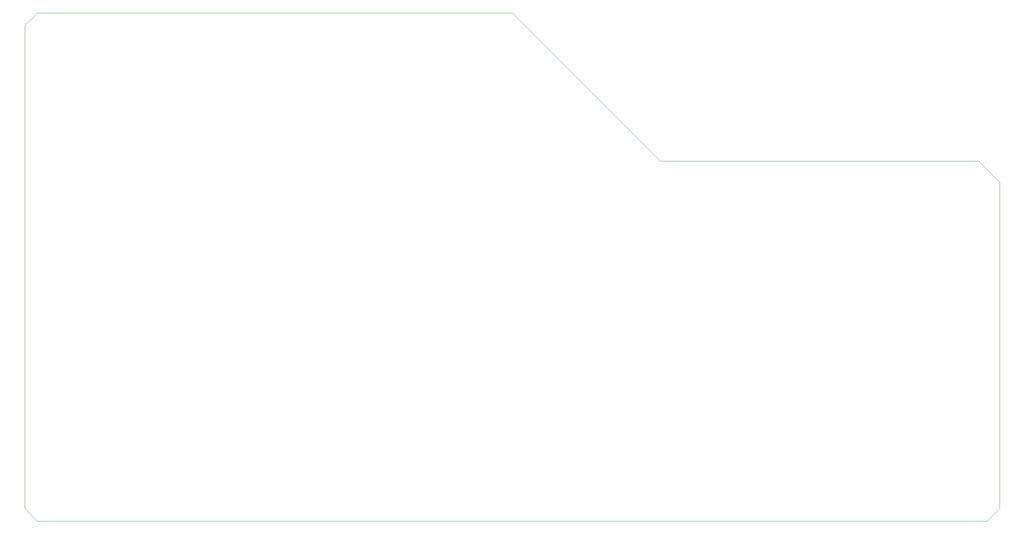
<source format=gm1>
G04 #@! TF.FileFunction,Profile,NP*
%FSLAX46Y46*%
G04 Gerber Fmt 4.6, Leading zero omitted, Abs format (unit mm)*
G04 Created by KiCad (PCBNEW 4.0.5+dfsg1-4) date Sun May 14 19:10:16 2017*
%MOMM*%
%LPD*%
G01*
G04 APERTURE LIST*
%ADD10C,0.100000*%
G04 APERTURE END LIST*
D10*
X297000000Y-220000000D02*
X300000000Y-217000000D01*
X70000000Y-217000000D02*
X73000000Y-220000000D01*
X70000000Y-103000000D02*
X73000000Y-100000000D01*
X185000000Y-100000000D02*
X220000000Y-135000000D01*
X295000000Y-135000000D02*
X300000000Y-140000000D01*
X220000000Y-135000000D02*
X295000000Y-135000000D01*
X70000000Y-103000000D02*
X70000000Y-217000000D01*
X185000000Y-100000000D02*
X73000000Y-100000000D01*
X300000000Y-217000000D02*
X300000000Y-140000000D01*
X73000000Y-220000000D02*
X297000000Y-220000000D01*
M02*

</source>
